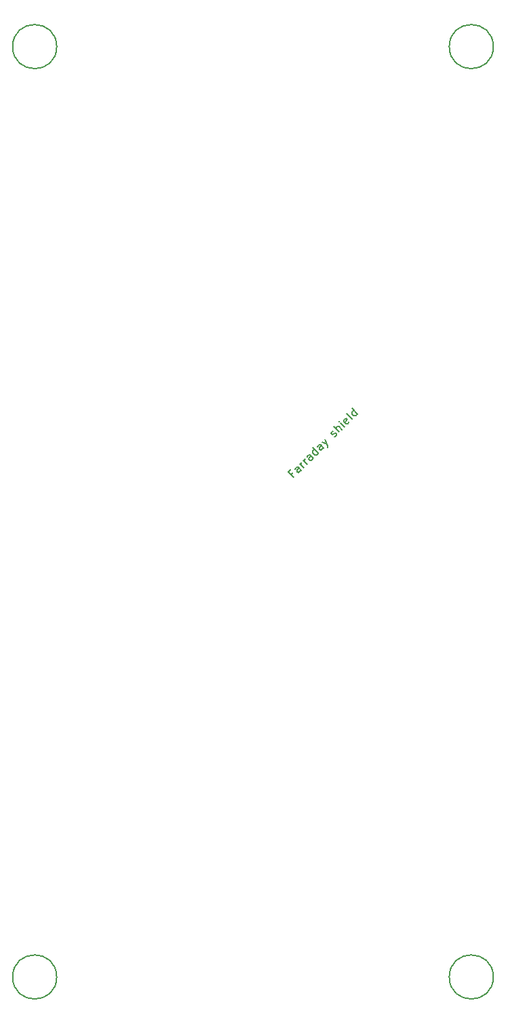
<source format=gbr>
%TF.GenerationSoftware,KiCad,Pcbnew,(6.0.1-0)*%
%TF.CreationDate,2022-06-06T20:39:39+12:00*%
%TF.ProjectId,controller,636f6e74-726f-46c6-9c65-722e6b696361,2.0*%
%TF.SameCoordinates,PX324e6b0PYa469d80*%
%TF.FileFunction,Other,Comment*%
%FSLAX46Y46*%
G04 Gerber Fmt 4.6, Leading zero omitted, Abs format (unit mm)*
G04 Created by KiCad (PCBNEW (6.0.1-0)) date 2022-06-06 20:39:39*
%MOMM*%
%LPD*%
G01*
G04 APERTURE LIST*
%ADD10C,0.150000*%
G04 APERTURE END LIST*
D10*
X40211927Y70862944D02*
X39976225Y70627241D01*
X40346614Y70256852D02*
X39639508Y70963959D01*
X39976225Y71300676D01*
X41255752Y71165989D02*
X40885362Y71536379D01*
X40784347Y71570050D01*
X40683332Y71536379D01*
X40548645Y71401692D01*
X40514973Y71300676D01*
X41222080Y71199661D02*
X41188408Y71098646D01*
X41020049Y70930287D01*
X40919034Y70896615D01*
X40818019Y70930287D01*
X40750675Y70997631D01*
X40717004Y71098646D01*
X40750675Y71199661D01*
X40919034Y71368020D01*
X40952706Y71469035D01*
X41592469Y71502707D02*
X41121065Y71974112D01*
X41255752Y71839425D02*
X41222080Y71940440D01*
X41222080Y72007783D01*
X41255752Y72108799D01*
X41323095Y72176142D01*
X42030202Y71940440D02*
X41558798Y72411844D01*
X41693485Y72277157D02*
X41659813Y72378173D01*
X41659813Y72445516D01*
X41693485Y72546531D01*
X41760828Y72613875D01*
X42770981Y72681218D02*
X42400591Y73051608D01*
X42299576Y73085279D01*
X42198561Y73051608D01*
X42063874Y72916921D01*
X42030202Y72815905D01*
X42737309Y72714890D02*
X42703637Y72613875D01*
X42535278Y72445516D01*
X42434263Y72411844D01*
X42333248Y72445516D01*
X42265904Y72512860D01*
X42232233Y72613875D01*
X42265904Y72714890D01*
X42434263Y72883249D01*
X42467935Y72984264D01*
X43410744Y73320982D02*
X42703637Y74028088D01*
X43377072Y73354653D02*
X43343400Y73253638D01*
X43208713Y73118951D01*
X43107698Y73085279D01*
X43040355Y73085279D01*
X42939339Y73118951D01*
X42737309Y73320982D01*
X42703637Y73421997D01*
X42703637Y73489340D01*
X42737309Y73590356D01*
X42871996Y73725043D01*
X42973011Y73758714D01*
X44050507Y73960745D02*
X43680118Y74331134D01*
X43579103Y74364806D01*
X43478087Y74331134D01*
X43343400Y74196447D01*
X43309729Y74095432D01*
X44016835Y73994417D02*
X43983164Y73893401D01*
X43814805Y73725043D01*
X43713790Y73691371D01*
X43612774Y73725043D01*
X43545431Y73792386D01*
X43511759Y73893401D01*
X43545431Y73994417D01*
X43713790Y74162775D01*
X43747461Y74263791D01*
X43848477Y74701523D02*
X44488240Y74398478D01*
X44185194Y75038241D02*
X44488240Y74398478D01*
X44589255Y74162775D01*
X44589255Y74095432D01*
X44555583Y73994417D01*
X45397377Y75374958D02*
X45498392Y75408630D01*
X45633079Y75543317D01*
X45666751Y75644332D01*
X45633079Y75745348D01*
X45599408Y75779019D01*
X45498392Y75812691D01*
X45397377Y75779019D01*
X45296362Y75678004D01*
X45195347Y75644332D01*
X45094331Y75678004D01*
X45060660Y75711676D01*
X45026988Y75812691D01*
X45060660Y75913706D01*
X45161675Y76014722D01*
X45262690Y76048393D01*
X46037140Y75947378D02*
X45330034Y76654485D01*
X46340186Y76250424D02*
X45969797Y76620813D01*
X45868782Y76654485D01*
X45767766Y76620813D01*
X45666751Y76519798D01*
X45633079Y76418783D01*
X45633079Y76351439D01*
X46676904Y76587141D02*
X46205499Y77058546D01*
X45969797Y77294248D02*
X45969797Y77226905D01*
X46037140Y77226905D01*
X46037140Y77294248D01*
X45969797Y77294248D01*
X46037140Y77226905D01*
X47249324Y77226905D02*
X47215652Y77125889D01*
X47080965Y76991202D01*
X46979950Y76957531D01*
X46878934Y76991202D01*
X46609560Y77260576D01*
X46575888Y77361592D01*
X46609560Y77462607D01*
X46744247Y77597294D01*
X46845263Y77630966D01*
X46946278Y77597294D01*
X47013621Y77529951D01*
X46744247Y77125889D01*
X47720728Y77630966D02*
X47619713Y77597294D01*
X47518698Y77630966D01*
X46912606Y78237057D01*
X48293148Y78203386D02*
X47586041Y78910492D01*
X48259476Y78237057D02*
X48225804Y78136042D01*
X48091117Y78001355D01*
X47990102Y77967683D01*
X47922759Y77967683D01*
X47821743Y78001355D01*
X47619713Y78203386D01*
X47586041Y78304401D01*
X47586041Y78371744D01*
X47619713Y78472760D01*
X47754400Y78607447D01*
X47855415Y78641118D01*
%TO.C,H4*%
X65250000Y8000000D02*
G75*
G03*
X65250000Y8000000I-2750000J0D01*
G01*
%TO.C,H1*%
X10750000Y124000000D02*
G75*
G03*
X10750000Y124000000I-2750000J0D01*
G01*
%TO.C,H3*%
X10750000Y8000000D02*
G75*
G03*
X10750000Y8000000I-2750000J0D01*
G01*
%TO.C,H2*%
X65250000Y124000000D02*
G75*
G03*
X65250000Y124000000I-2750000J0D01*
G01*
%TD*%
M02*

</source>
